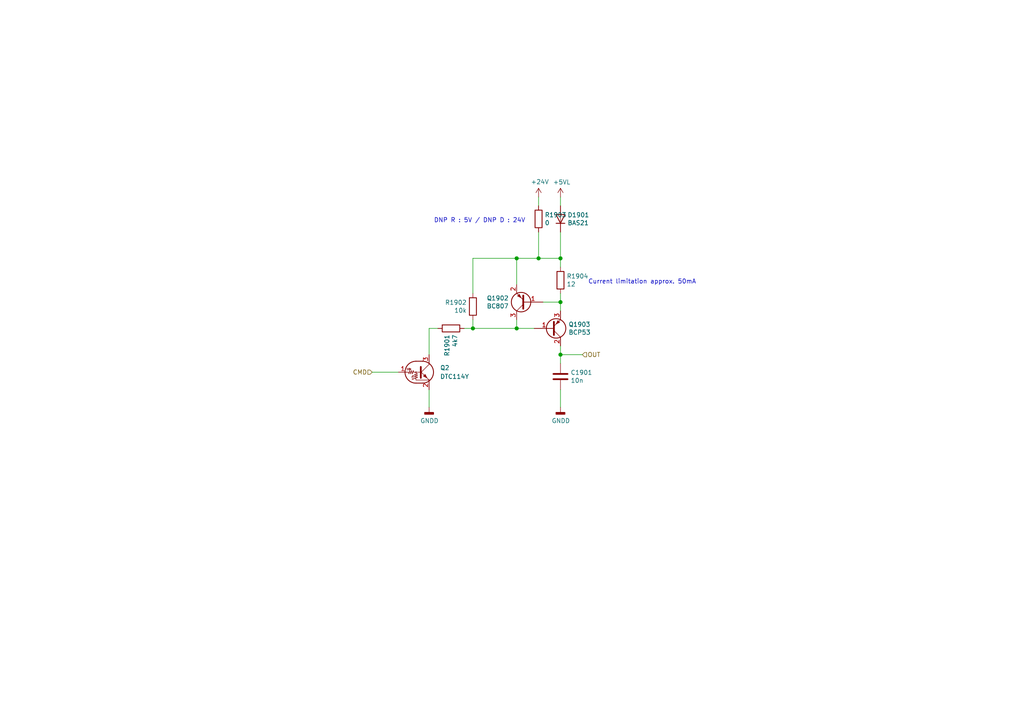
<source format=kicad_sch>
(kicad_sch (version 20211123) (generator eeschema)

  (uuid 334e4681-59b6-4aff-9555-61ab3cbeb80c)

  (paper "A4")

  (lib_symbols
    (symbol "Device:C" (pin_numbers hide) (pin_names (offset 0.254)) (in_bom yes) (on_board yes)
      (property "Reference" "C" (id 0) (at 0.635 2.54 0)
        (effects (font (size 1.27 1.27)) (justify left))
      )
      (property "Value" "C" (id 1) (at 0.635 -2.54 0)
        (effects (font (size 1.27 1.27)) (justify left))
      )
      (property "Footprint" "" (id 2) (at 0.9652 -3.81 0)
        (effects (font (size 1.27 1.27)) hide)
      )
      (property "Datasheet" "~" (id 3) (at 0 0 0)
        (effects (font (size 1.27 1.27)) hide)
      )
      (property "ki_keywords" "cap capacitor" (id 4) (at 0 0 0)
        (effects (font (size 1.27 1.27)) hide)
      )
      (property "ki_description" "Unpolarized capacitor" (id 5) (at 0 0 0)
        (effects (font (size 1.27 1.27)) hide)
      )
      (property "ki_fp_filters" "C_*" (id 6) (at 0 0 0)
        (effects (font (size 1.27 1.27)) hide)
      )
      (symbol "C_0_1"
        (polyline
          (pts
            (xy -2.032 -0.762)
            (xy 2.032 -0.762)
          )
          (stroke (width 0.508) (type default) (color 0 0 0 0))
          (fill (type none))
        )
        (polyline
          (pts
            (xy -2.032 0.762)
            (xy 2.032 0.762)
          )
          (stroke (width 0.508) (type default) (color 0 0 0 0))
          (fill (type none))
        )
      )
      (symbol "C_1_1"
        (pin passive line (at 0 3.81 270) (length 2.794)
          (name "~" (effects (font (size 1.27 1.27))))
          (number "1" (effects (font (size 1.27 1.27))))
        )
        (pin passive line (at 0 -3.81 90) (length 2.794)
          (name "~" (effects (font (size 1.27 1.27))))
          (number "2" (effects (font (size 1.27 1.27))))
        )
      )
    )
    (symbol "Device:R" (pin_numbers hide) (pin_names (offset 0)) (in_bom yes) (on_board yes)
      (property "Reference" "R" (id 0) (at 2.032 0 90)
        (effects (font (size 1.27 1.27)))
      )
      (property "Value" "R" (id 1) (at 0 0 90)
        (effects (font (size 1.27 1.27)))
      )
      (property "Footprint" "" (id 2) (at -1.778 0 90)
        (effects (font (size 1.27 1.27)) hide)
      )
      (property "Datasheet" "~" (id 3) (at 0 0 0)
        (effects (font (size 1.27 1.27)) hide)
      )
      (property "ki_keywords" "R res resistor" (id 4) (at 0 0 0)
        (effects (font (size 1.27 1.27)) hide)
      )
      (property "ki_description" "Resistor" (id 5) (at 0 0 0)
        (effects (font (size 1.27 1.27)) hide)
      )
      (property "ki_fp_filters" "R_*" (id 6) (at 0 0 0)
        (effects (font (size 1.27 1.27)) hide)
      )
      (symbol "R_0_1"
        (rectangle (start -1.016 -2.54) (end 1.016 2.54)
          (stroke (width 0.254) (type default) (color 0 0 0 0))
          (fill (type none))
        )
      )
      (symbol "R_1_1"
        (pin passive line (at 0 3.81 270) (length 1.27)
          (name "~" (effects (font (size 1.27 1.27))))
          (number "1" (effects (font (size 1.27 1.27))))
        )
        (pin passive line (at 0 -3.81 90) (length 1.27)
          (name "~" (effects (font (size 1.27 1.27))))
          (number "2" (effects (font (size 1.27 1.27))))
        )
      )
    )
    (symbol "Diode:BAS21" (pin_numbers hide) (pin_names hide) (in_bom yes) (on_board yes)
      (property "Reference" "D" (id 0) (at 0 2.54 0)
        (effects (font (size 1.27 1.27)))
      )
      (property "Value" "BAS21" (id 1) (at 0 -2.54 0)
        (effects (font (size 1.27 1.27)))
      )
      (property "Footprint" "Package_TO_SOT_SMD:SOT-23" (id 2) (at 0 -4.445 0)
        (effects (font (size 1.27 1.27)) hide)
      )
      (property "Datasheet" "https://www.diodes.com/assets/Datasheets/Ds12004.pdf" (id 3) (at 0 0 0)
        (effects (font (size 1.27 1.27)) hide)
      )
      (property "ki_keywords" "diode" (id 4) (at 0 0 0)
        (effects (font (size 1.27 1.27)) hide)
      )
      (property "ki_description" "250V, 0.4A, High-speed Switching Diode, SOT-23" (id 5) (at 0 0 0)
        (effects (font (size 1.27 1.27)) hide)
      )
      (property "ki_fp_filters" "SOT?23*" (id 6) (at 0 0 0)
        (effects (font (size 1.27 1.27)) hide)
      )
      (symbol "BAS21_0_1"
        (polyline
          (pts
            (xy -1.27 1.27)
            (xy -1.27 -1.27)
          )
          (stroke (width 0.254) (type default) (color 0 0 0 0))
          (fill (type none))
        )
        (polyline
          (pts
            (xy 1.27 0)
            (xy -1.27 0)
          )
          (stroke (width 0) (type default) (color 0 0 0 0))
          (fill (type none))
        )
        (polyline
          (pts
            (xy 1.27 1.27)
            (xy 1.27 -1.27)
            (xy -1.27 0)
            (xy 1.27 1.27)
          )
          (stroke (width 0.254) (type default) (color 0 0 0 0))
          (fill (type none))
        )
      )
      (symbol "BAS21_1_1"
        (pin passive line (at 3.81 0 180) (length 2.54)
          (name "A" (effects (font (size 1.27 1.27))))
          (number "1" (effects (font (size 1.27 1.27))))
        )
        (pin no_connect line (at -1.27 0 0) (length 2.54) hide
          (name "NC" (effects (font (size 1.27 1.27))))
          (number "2" (effects (font (size 1.27 1.27))))
        )
        (pin passive line (at -3.81 0 0) (length 2.54)
          (name "K" (effects (font (size 1.27 1.27))))
          (number "3" (effects (font (size 1.27 1.27))))
        )
      )
    )
    (symbol "Transistor_BJT:BC807" (pin_names (offset 0) hide) (in_bom yes) (on_board yes)
      (property "Reference" "Q" (id 0) (at 5.08 1.905 0)
        (effects (font (size 1.27 1.27)) (justify left))
      )
      (property "Value" "BC807" (id 1) (at 5.08 0 0)
        (effects (font (size 1.27 1.27)) (justify left))
      )
      (property "Footprint" "Package_TO_SOT_SMD:SOT-23" (id 2) (at 5.08 -1.905 0)
        (effects (font (size 1.27 1.27) italic) (justify left) hide)
      )
      (property "Datasheet" "https://www.onsemi.com/pub/Collateral/BC808-D.pdf" (id 3) (at 0 0 0)
        (effects (font (size 1.27 1.27)) (justify left) hide)
      )
      (property "ki_keywords" "PNP Transistor" (id 4) (at 0 0 0)
        (effects (font (size 1.27 1.27)) hide)
      )
      (property "ki_description" "0.8A Ic, 45V Vce, PNP Transistor, SOT-23" (id 5) (at 0 0 0)
        (effects (font (size 1.27 1.27)) hide)
      )
      (property "ki_fp_filters" "SOT?23*" (id 6) (at 0 0 0)
        (effects (font (size 1.27 1.27)) hide)
      )
      (symbol "BC807_0_1"
        (polyline
          (pts
            (xy 0.635 0.635)
            (xy 2.54 2.54)
          )
          (stroke (width 0) (type default) (color 0 0 0 0))
          (fill (type none))
        )
        (polyline
          (pts
            (xy 0.635 -0.635)
            (xy 2.54 -2.54)
            (xy 2.54 -2.54)
          )
          (stroke (width 0) (type default) (color 0 0 0 0))
          (fill (type none))
        )
        (polyline
          (pts
            (xy 0.635 1.905)
            (xy 0.635 -1.905)
            (xy 0.635 -1.905)
          )
          (stroke (width 0.508) (type default) (color 0 0 0 0))
          (fill (type none))
        )
        (polyline
          (pts
            (xy 2.286 -1.778)
            (xy 1.778 -2.286)
            (xy 1.27 -1.27)
            (xy 2.286 -1.778)
            (xy 2.286 -1.778)
          )
          (stroke (width 0) (type default) (color 0 0 0 0))
          (fill (type outline))
        )
        (circle (center 1.27 0) (radius 2.8194)
          (stroke (width 0.254) (type default) (color 0 0 0 0))
          (fill (type none))
        )
      )
      (symbol "BC807_1_1"
        (pin input line (at -5.08 0 0) (length 5.715)
          (name "B" (effects (font (size 1.27 1.27))))
          (number "1" (effects (font (size 1.27 1.27))))
        )
        (pin passive line (at 2.54 -5.08 90) (length 2.54)
          (name "E" (effects (font (size 1.27 1.27))))
          (number "2" (effects (font (size 1.27 1.27))))
        )
        (pin passive line (at 2.54 5.08 270) (length 2.54)
          (name "C" (effects (font (size 1.27 1.27))))
          (number "3" (effects (font (size 1.27 1.27))))
        )
      )
    )
    (symbol "Transistor_BJT:BCP53" (pin_names (offset 0) hide) (in_bom yes) (on_board yes)
      (property "Reference" "Q" (id 0) (at 5.08 1.905 0)
        (effects (font (size 1.27 1.27)) (justify left))
      )
      (property "Value" "BCP53" (id 1) (at 5.08 0 0)
        (effects (font (size 1.27 1.27)) (justify left))
      )
      (property "Footprint" "Package_TO_SOT_SMD:SOT-223-3_TabPin2" (id 2) (at 5.08 -1.905 0)
        (effects (font (size 1.27 1.27) italic) (justify left) hide)
      )
      (property "Datasheet" "http://www.onsemi.com/pub_link/Collateral/BCP53T1-D.PDF" (id 3) (at 0 0 0)
        (effects (font (size 1.27 1.27)) (justify left) hide)
      )
      (property "ki_keywords" "PNP Transistor" (id 4) (at 0 0 0)
        (effects (font (size 1.27 1.27)) hide)
      )
      (property "ki_description" "1A Ic, 80V Vce, PNP Medium Power Transistor, SOT-223" (id 5) (at 0 0 0)
        (effects (font (size 1.27 1.27)) hide)
      )
      (property "ki_fp_filters" "SOT?223*" (id 6) (at 0 0 0)
        (effects (font (size 1.27 1.27)) hide)
      )
      (symbol "BCP53_0_1"
        (polyline
          (pts
            (xy 0.635 0.635)
            (xy 2.54 2.54)
          )
          (stroke (width 0) (type default) (color 0 0 0 0))
          (fill (type none))
        )
        (polyline
          (pts
            (xy 0.635 -0.635)
            (xy 2.54 -2.54)
            (xy 2.54 -2.54)
          )
          (stroke (width 0) (type default) (color 0 0 0 0))
          (fill (type none))
        )
        (polyline
          (pts
            (xy 0.635 1.905)
            (xy 0.635 -1.905)
            (xy 0.635 -1.905)
          )
          (stroke (width 0.508) (type default) (color 0 0 0 0))
          (fill (type none))
        )
        (polyline
          (pts
            (xy 2.286 -1.778)
            (xy 1.778 -2.286)
            (xy 1.27 -1.27)
            (xy 2.286 -1.778)
            (xy 2.286 -1.778)
          )
          (stroke (width 0) (type default) (color 0 0 0 0))
          (fill (type outline))
        )
        (circle (center 1.27 0) (radius 2.8194)
          (stroke (width 0.254) (type default) (color 0 0 0 0))
          (fill (type none))
        )
      )
      (symbol "BCP53_1_1"
        (pin input line (at -5.08 0 0) (length 5.715)
          (name "B" (effects (font (size 1.27 1.27))))
          (number "1" (effects (font (size 1.27 1.27))))
        )
        (pin passive line (at 2.54 5.08 270) (length 2.54)
          (name "C" (effects (font (size 1.27 1.27))))
          (number "2" (effects (font (size 1.27 1.27))))
        )
        (pin passive line (at 2.54 -5.08 90) (length 2.54)
          (name "E" (effects (font (size 1.27 1.27))))
          (number "3" (effects (font (size 1.27 1.27))))
        )
        (pin passive line (at 2.54 5.08 270) (length 2.54) hide
          (name "C" (effects (font (size 1.27 1.27))))
          (number "4" (effects (font (size 1.27 1.27))))
        )
      )
    )
    (symbol "Transistor_BJT:DTC114Y" (pin_names (offset 0) hide) (in_bom yes) (on_board yes)
      (property "Reference" "Q" (id 0) (at 5.08 1.905 0)
        (effects (font (size 1.27 1.27)) (justify left))
      )
      (property "Value" "DTC114Y" (id 1) (at 5.08 0 0)
        (effects (font (size 1.27 1.27)) (justify left))
      )
      (property "Footprint" "" (id 2) (at 0 0 0)
        (effects (font (size 1.27 1.27)) (justify left) hide)
      )
      (property "Datasheet" "" (id 3) (at 0 0 0)
        (effects (font (size 1.27 1.27)) (justify left) hide)
      )
      (property "ki_keywords" "ROHM Digital NPN Transistor" (id 4) (at 0 0 0)
        (effects (font (size 1.27 1.27)) hide)
      )
      (property "ki_description" "Digital NPN Transistor, 10k/47k, SOT-23" (id 5) (at 0 0 0)
        (effects (font (size 1.27 1.27)) hide)
      )
      (property "ki_fp_filters" "SOT?23* SC?59*" (id 6) (at 0 0 0)
        (effects (font (size 1.27 1.27)) hide)
      )
      (symbol "DTC114Y_0_0"
        (text "10k" (at -3.302 0.889 0)
          (effects (font (size 0.508 0.508)))
        )
        (text "47k" (at -2.159 -1.524 900)
          (effects (font (size 0.508 0.508)))
        )
      )
      (symbol "DTC114Y_0_1"
        (circle (center -1.27 0) (radius 0.127)
          (stroke (width 0) (type default) (color 0 0 0 0))
          (fill (type none))
        )
        (arc (start -1.27 3.175) (mid -4.445 0) (end -1.27 -3.175)
          (stroke (width 0.254) (type default) (color 0 0 0 0))
          (fill (type none))
        )
        (polyline
          (pts
            (xy -3.429 0)
            (xy -3.81 0)
          )
          (stroke (width 0) (type default) (color 0 0 0 0))
          (fill (type none))
        )
        (polyline
          (pts
            (xy -1.27 -3.175)
            (xy 0.635 -3.175)
          )
          (stroke (width 0.254) (type default) (color 0 0 0 0))
          (fill (type none))
        )
        (polyline
          (pts
            (xy -1.27 3.175)
            (xy 0.635 3.175)
          )
          (stroke (width 0.254) (type default) (color 0 0 0 0))
          (fill (type none))
        )
        (polyline
          (pts
            (xy 0 -0.254)
            (xy 2.54 2.286)
          )
          (stroke (width 0) (type default) (color 0 0 0 0))
          (fill (type none))
        )
        (polyline
          (pts
            (xy 0.127 1.524)
            (xy 0.127 -1.651)
          )
          (stroke (width 0.508) (type default) (color 0 0 0 0))
          (fill (type outline))
        )
        (polyline
          (pts
            (xy 2.54 2.286)
            (xy 2.54 2.54)
          )
          (stroke (width 0) (type default) (color 0 0 0 0))
          (fill (type none))
        )
        (polyline
          (pts
            (xy 2.54 -2.286)
            (xy 0 0.254)
            (xy 0 0.254)
          )
          (stroke (width 0) (type default) (color 0 0 0 0))
          (fill (type none))
        )
        (polyline
          (pts
            (xy 0.889 -1.143)
            (xy 1.397 -0.635)
            (xy 1.905 -1.651)
            (xy 0.889 -1.143)
          )
          (stroke (width 0) (type default) (color 0 0 0 0))
          (fill (type outline))
        )
        (polyline
          (pts
            (xy 0 0)
            (xy -1.905 0)
            (xy -2.032 0.508)
            (xy -2.286 -0.508)
            (xy -2.54 0.508)
            (xy -2.794 -0.508)
            (xy -3.048 0.508)
            (xy -3.302 -0.508)
            (xy -3.429 0)
          )
          (stroke (width 0) (type default) (color 0 0 0 0))
          (fill (type none))
        )
        (polyline
          (pts
            (xy -1.27 0)
            (xy -1.27 -0.381)
            (xy -0.762 -0.508)
            (xy -1.778 -0.762)
            (xy -0.762 -1.016)
            (xy -1.778 -1.27)
            (xy -0.762 -1.524)
            (xy -1.778 -1.778)
            (xy -1.27 -1.905)
            (xy -1.27 -2.286)
            (xy 2.54 -2.286)
          )
          (stroke (width 0) (type default) (color 0 0 0 0))
          (fill (type none))
        )
        (arc (start 0.635 -3.175) (mid 3.81 0) (end 0.635 3.175)
          (stroke (width 0.254) (type default) (color 0 0 0 0))
          (fill (type none))
        )
        (circle (center 2.54 -2.286) (radius 0.127)
          (stroke (width 0) (type default) (color 0 0 0 0))
          (fill (type none))
        )
      )
      (symbol "DTC114Y_1_1"
        (pin input line (at -6.35 0 0) (length 2.54)
          (name "B" (effects (font (size 1.27 1.27))))
          (number "1" (effects (font (size 1.27 1.27))))
        )
        (pin passive line (at 2.54 -5.08 90) (length 2.54)
          (name "E" (effects (font (size 1.27 1.27))))
          (number "2" (effects (font (size 1.27 1.27))))
        )
        (pin passive line (at 2.54 5.08 270) (length 2.54)
          (name "C" (effects (font (size 1.27 1.27))))
          (number "3" (effects (font (size 1.27 1.27))))
        )
      )
    )
    (symbol "power:+24V" (power) (pin_names (offset 0)) (in_bom yes) (on_board yes)
      (property "Reference" "#PWR" (id 0) (at 0 -3.81 0)
        (effects (font (size 1.27 1.27)) hide)
      )
      (property "Value" "+24V" (id 1) (at 0 3.556 0)
        (effects (font (size 1.27 1.27)))
      )
      (property "Footprint" "" (id 2) (at 0 0 0)
        (effects (font (size 1.27 1.27)) hide)
      )
      (property "Datasheet" "" (id 3) (at 0 0 0)
        (effects (font (size 1.27 1.27)) hide)
      )
      (property "ki_keywords" "power-flag" (id 4) (at 0 0 0)
        (effects (font (size 1.27 1.27)) hide)
      )
      (property "ki_description" "Power symbol creates a global label with name \"+24V\"" (id 5) (at 0 0 0)
        (effects (font (size 1.27 1.27)) hide)
      )
      (symbol "+24V_0_1"
        (polyline
          (pts
            (xy -0.762 1.27)
            (xy 0 2.54)
          )
          (stroke (width 0) (type default) (color 0 0 0 0))
          (fill (type none))
        )
        (polyline
          (pts
            (xy 0 0)
            (xy 0 2.54)
          )
          (stroke (width 0) (type default) (color 0 0 0 0))
          (fill (type none))
        )
        (polyline
          (pts
            (xy 0 2.54)
            (xy 0.762 1.27)
          )
          (stroke (width 0) (type default) (color 0 0 0 0))
          (fill (type none))
        )
      )
      (symbol "+24V_1_1"
        (pin power_in line (at 0 0 90) (length 0) hide
          (name "+24V" (effects (font (size 1.27 1.27))))
          (number "1" (effects (font (size 1.27 1.27))))
        )
      )
    )
    (symbol "power:+5VL" (power) (pin_names (offset 0)) (in_bom yes) (on_board yes)
      (property "Reference" "#PWR" (id 0) (at 0 -3.81 0)
        (effects (font (size 1.27 1.27)) hide)
      )
      (property "Value" "+5VL" (id 1) (at 0 3.556 0)
        (effects (font (size 1.27 1.27)))
      )
      (property "Footprint" "" (id 2) (at 0 0 0)
        (effects (font (size 1.27 1.27)) hide)
      )
      (property "Datasheet" "" (id 3) (at 0 0 0)
        (effects (font (size 1.27 1.27)) hide)
      )
      (property "ki_keywords" "power-flag" (id 4) (at 0 0 0)
        (effects (font (size 1.27 1.27)) hide)
      )
      (property "ki_description" "Power symbol creates a global label with name \"+5VL\"" (id 5) (at 0 0 0)
        (effects (font (size 1.27 1.27)) hide)
      )
      (symbol "+5VL_0_1"
        (polyline
          (pts
            (xy -0.762 1.27)
            (xy 0 2.54)
          )
          (stroke (width 0) (type default) (color 0 0 0 0))
          (fill (type none))
        )
        (polyline
          (pts
            (xy 0 0)
            (xy 0 2.54)
          )
          (stroke (width 0) (type default) (color 0 0 0 0))
          (fill (type none))
        )
        (polyline
          (pts
            (xy 0 2.54)
            (xy 0.762 1.27)
          )
          (stroke (width 0) (type default) (color 0 0 0 0))
          (fill (type none))
        )
      )
      (symbol "+5VL_1_1"
        (pin power_in line (at 0 0 90) (length 0) hide
          (name "+5VL" (effects (font (size 1.27 1.27))))
          (number "1" (effects (font (size 1.27 1.27))))
        )
      )
    )
    (symbol "power:GNDD" (power) (pin_names (offset 0)) (in_bom yes) (on_board yes)
      (property "Reference" "#PWR" (id 0) (at 0 -6.35 0)
        (effects (font (size 1.27 1.27)) hide)
      )
      (property "Value" "GNDD" (id 1) (at 0 -3.175 0)
        (effects (font (size 1.27 1.27)))
      )
      (property "Footprint" "" (id 2) (at 0 0 0)
        (effects (font (size 1.27 1.27)) hide)
      )
      (property "Datasheet" "" (id 3) (at 0 0 0)
        (effects (font (size 1.27 1.27)) hide)
      )
      (property "ki_keywords" "power-flag" (id 4) (at 0 0 0)
        (effects (font (size 1.27 1.27)) hide)
      )
      (property "ki_description" "Power symbol creates a global label with name \"GNDD\" , digital ground" (id 5) (at 0 0 0)
        (effects (font (size 1.27 1.27)) hide)
      )
      (symbol "GNDD_0_1"
        (rectangle (start -1.27 -1.524) (end 1.27 -2.032)
          (stroke (width 0.254) (type default) (color 0 0 0 0))
          (fill (type outline))
        )
        (polyline
          (pts
            (xy 0 0)
            (xy 0 -1.524)
          )
          (stroke (width 0) (type default) (color 0 0 0 0))
          (fill (type none))
        )
      )
      (symbol "GNDD_1_1"
        (pin power_in line (at 0 0 270) (length 0) hide
          (name "GNDD" (effects (font (size 1.27 1.27))))
          (number "1" (effects (font (size 1.27 1.27))))
        )
      )
    )
  )

  (junction (at 162.56 74.93) (diameter 1.016) (color 0 0 0 0)
    (uuid 43cc368e-4915-491d-a959-587ee1a58f20)
  )
  (junction (at 162.56 87.63) (diameter 1.016) (color 0 0 0 0)
    (uuid 531073ef-6d5c-421e-b8f5-49e402c33432)
  )
  (junction (at 137.16 95.25) (diameter 1.016) (color 0 0 0 0)
    (uuid 86de4ddf-d43a-4f36-b0f3-5a169286f341)
  )
  (junction (at 149.86 95.25) (diameter 1.016) (color 0 0 0 0)
    (uuid 96031465-d3a9-41d3-ae75-8bacd78d3b0b)
  )
  (junction (at 149.86 74.93) (diameter 1.016) (color 0 0 0 0)
    (uuid 97bf3737-ccff-4581-9b59-ee01090732fb)
  )
  (junction (at 156.21 74.93) (diameter 1.016) (color 0 0 0 0)
    (uuid 9bee20ca-f928-4382-a0a3-ea84cc6f7ab5)
  )
  (junction (at 162.56 102.87) (diameter 1.016) (color 0 0 0 0)
    (uuid a18d6495-cf46-44b6-991e-be83e928a500)
  )

  (wire (pts (xy 149.86 95.25) (xy 154.94 95.25))
    (stroke (width 0) (type solid) (color 0 0 0 0))
    (uuid 08ed0c0a-9b48-4dd4-8ecf-ef23a2ada680)
  )
  (wire (pts (xy 124.46 113.03) (xy 124.46 118.11))
    (stroke (width 0) (type solid) (color 0 0 0 0))
    (uuid 0f936582-2c70-46c4-bae7-190e78a19bb6)
  )
  (wire (pts (xy 162.56 102.87) (xy 162.56 105.41))
    (stroke (width 0) (type solid) (color 0 0 0 0))
    (uuid 123690fe-dc90-40f6-8f35-082520b8f1f8)
  )
  (wire (pts (xy 127 95.25) (xy 124.46 95.25))
    (stroke (width 0) (type solid) (color 0 0 0 0))
    (uuid 143cfdf7-1b7e-4a2a-9a68-d702fd330275)
  )
  (wire (pts (xy 156.21 57.15) (xy 156.21 59.69))
    (stroke (width 0) (type solid) (color 0 0 0 0))
    (uuid 1efef6a0-288a-4400-a801-0462153504e5)
  )
  (wire (pts (xy 157.48 87.63) (xy 162.56 87.63))
    (stroke (width 0) (type solid) (color 0 0 0 0))
    (uuid 21b55709-2f43-4ada-97c2-f247aa7d79e8)
  )
  (wire (pts (xy 162.56 57.15) (xy 162.56 59.69))
    (stroke (width 0) (type solid) (color 0 0 0 0))
    (uuid 3e9db0e8-7a35-4b27-b7db-9db06685341a)
  )
  (wire (pts (xy 162.56 74.93) (xy 156.21 74.93))
    (stroke (width 0) (type solid) (color 0 0 0 0))
    (uuid 3f5a053a-3959-4dd6-8328-3a903931c4bf)
  )
  (wire (pts (xy 137.16 92.71) (xy 137.16 95.25))
    (stroke (width 0) (type solid) (color 0 0 0 0))
    (uuid 3f8aed94-7215-4822-b9ad-7d57c72a93f3)
  )
  (wire (pts (xy 107.95 107.95) (xy 115.57 107.95))
    (stroke (width 0) (type solid) (color 0 0 0 0))
    (uuid 433d3024-1d2d-4846-94df-d479821d0d30)
  )
  (wire (pts (xy 137.16 95.25) (xy 149.86 95.25))
    (stroke (width 0) (type solid) (color 0 0 0 0))
    (uuid 4f9ff6df-e5cc-4cd8-9996-f81f55a0bdd7)
  )
  (wire (pts (xy 162.56 67.31) (xy 162.56 74.93))
    (stroke (width 0) (type solid) (color 0 0 0 0))
    (uuid 76fecba8-374f-4dd0-ad62-775e3f14008f)
  )
  (wire (pts (xy 162.56 102.87) (xy 168.91 102.87))
    (stroke (width 0) (type solid) (color 0 0 0 0))
    (uuid 8499d24b-f89b-487f-a274-8b216616b9de)
  )
  (wire (pts (xy 162.56 85.09) (xy 162.56 87.63))
    (stroke (width 0) (type solid) (color 0 0 0 0))
    (uuid 902f7e66-d421-4fb6-b0a8-63e6c4d8f75f)
  )
  (wire (pts (xy 137.16 74.93) (xy 149.86 74.93))
    (stroke (width 0) (type solid) (color 0 0 0 0))
    (uuid 909d04fd-9599-4333-b88c-7a7f229a8cf8)
  )
  (wire (pts (xy 156.21 67.31) (xy 156.21 74.93))
    (stroke (width 0) (type solid) (color 0 0 0 0))
    (uuid 9a0886c8-4f6f-4b86-93a5-872c68905af6)
  )
  (wire (pts (xy 162.56 77.47) (xy 162.56 74.93))
    (stroke (width 0) (type solid) (color 0 0 0 0))
    (uuid a77fe7f3-7ff7-4d17-b5fa-a0dc63d50fce)
  )
  (wire (pts (xy 149.86 92.71) (xy 149.86 95.25))
    (stroke (width 0) (type solid) (color 0 0 0 0))
    (uuid aaf540a5-28b6-42fc-8c2c-0994321f3c5f)
  )
  (wire (pts (xy 134.62 95.25) (xy 137.16 95.25))
    (stroke (width 0) (type solid) (color 0 0 0 0))
    (uuid b2142eee-933b-466d-af93-70ec951c110c)
  )
  (wire (pts (xy 137.16 85.09) (xy 137.16 74.93))
    (stroke (width 0) (type solid) (color 0 0 0 0))
    (uuid b2f86016-cf88-4958-81d3-24dcf40d4874)
  )
  (wire (pts (xy 124.46 95.25) (xy 124.46 102.87))
    (stroke (width 0) (type solid) (color 0 0 0 0))
    (uuid b6e97c64-8741-4a73-88fe-5a6b51b0b0d1)
  )
  (wire (pts (xy 162.56 87.63) (xy 162.56 90.17))
    (stroke (width 0) (type solid) (color 0 0 0 0))
    (uuid be00d235-a89d-4ca9-ace1-a308cbe4cd7f)
  )
  (wire (pts (xy 156.21 74.93) (xy 149.86 74.93))
    (stroke (width 0) (type solid) (color 0 0 0 0))
    (uuid c40c31e3-3866-4d04-9d37-d43dec04ec73)
  )
  (wire (pts (xy 162.56 113.03) (xy 162.56 118.11))
    (stroke (width 0) (type solid) (color 0 0 0 0))
    (uuid dabb7ccf-83b3-47fc-910a-ee22643821a1)
  )
  (wire (pts (xy 162.56 100.33) (xy 162.56 102.87))
    (stroke (width 0) (type solid) (color 0 0 0 0))
    (uuid e533bd61-3b6f-4be9-8241-52dc2889939e)
  )
  (wire (pts (xy 149.86 74.93) (xy 149.86 82.55))
    (stroke (width 0) (type solid) (color 0 0 0 0))
    (uuid fec50af3-dbdb-4087-a755-33960f6a1406)
  )

  (text "Current limitation approx. 50mA" (at 201.93 82.55 180)
    (effects (font (size 1.27 1.27)) (justify right bottom))
    (uuid 80a6ad64-ace1-4557-a515-e2c315bb9217)
  )
  (text "DNP R : 5V / DNP D : 24V" (at 152.4 64.77 180)
    (effects (font (size 1.27 1.27)) (justify right bottom))
    (uuid f552c498-08e4-4aac-9dfb-7db8f36109d2)
  )

  (hierarchical_label "OUT" (shape input) (at 168.91 102.87 0)
    (effects (font (size 1.27 1.27)) (justify left))
    (uuid 7d0e8b5a-3147-4d67-a919-18055f86894b)
  )
  (hierarchical_label "CMD" (shape input) (at 107.95 107.95 180)
    (effects (font (size 1.27 1.27)) (justify right))
    (uuid cb20c68b-a9b2-4015-894b-b6565101dfa8)
  )

  (symbol (lib_id "Transistor_BJT:DTC114Y") (at 121.92 107.95 0)
    (in_bom yes) (on_board yes) (fields_autoplaced)
    (uuid 0577d252-2a0b-4471-afb1-faac427c19b7)
    (property "Reference" "Q2" (id 0) (at 127.635 106.6799 0)
      (effects (font (size 1.27 1.27)) (justify left))
    )
    (property "Value" "DTC114Y" (id 1) (at 127.635 109.2199 0)
      (effects (font (size 1.27 1.27)) (justify left))
    )
    (property "Footprint" "Package_TO_SOT_SMD:SOT-23" (id 2) (at 121.92 107.95 0)
      (effects (font (size 1.27 1.27)) (justify left) hide)
    )
    (property "Datasheet" "" (id 3) (at 121.92 107.95 0)
      (effects (font (size 1.27 1.27)) (justify left) hide)
    )
    (pin "1" (uuid 9efd98f2-ea86-410a-bc00-b30da47b7aef))
    (pin "2" (uuid 0211163e-37aa-4d92-ba37-03cf90b796ba))
    (pin "3" (uuid ec0e61d5-868f-4d1c-88af-1525043dd3b4))
  )

  (symbol (lib_id "power:GNDD") (at 124.46 118.11 0)
    (in_bom yes) (on_board yes)
    (uuid 0a9e8420-e0c7-42ea-bec6-00295c70bc00)
    (property "Reference" "#PWR01901" (id 0) (at 124.46 124.46 0)
      (effects (font (size 1.27 1.27)) hide)
    )
    (property "Value" "GNDD" (id 1) (at 124.5616 122.047 0))
    (property "Footprint" "" (id 2) (at 124.46 118.11 0)
      (effects (font (size 1.27 1.27)) hide)
    )
    (property "Datasheet" "" (id 3) (at 124.46 118.11 0)
      (effects (font (size 1.27 1.27)) hide)
    )
    (pin "1" (uuid e3c185ed-146c-4b37-9497-6d487c9fcde6))
  )

  (symbol (lib_id "power:GNDD") (at 162.56 118.11 0)
    (in_bom yes) (on_board yes)
    (uuid 14ee7d6d-4f81-49a6-b2fe-e773f8df4356)
    (property "Reference" "#PWR01904" (id 0) (at 162.56 124.46 0)
      (effects (font (size 1.27 1.27)) hide)
    )
    (property "Value" "GNDD" (id 1) (at 162.6616 122.047 0))
    (property "Footprint" "" (id 2) (at 162.56 118.11 0)
      (effects (font (size 1.27 1.27)) hide)
    )
    (property "Datasheet" "" (id 3) (at 162.56 118.11 0)
      (effects (font (size 1.27 1.27)) hide)
    )
    (pin "1" (uuid 531bb845-f8c1-4fce-9320-920fc898f527))
  )

  (symbol (lib_id "Transistor_BJT:BC807") (at 152.4 87.63 180)
    (in_bom yes) (on_board yes)
    (uuid 24afe2d2-6ea1-4e20-8bde-b10f6c7fb8bb)
    (property "Reference" "Q1902" (id 0) (at 147.5485 86.4806 0)
      (effects (font (size 1.27 1.27)) (justify left))
    )
    (property "Value" "BC807" (id 1) (at 147.5485 88.7793 0)
      (effects (font (size 1.27 1.27)) (justify left))
    )
    (property "Footprint" "Package_TO_SOT_SMD:SOT-23" (id 2) (at 147.32 85.725 0)
      (effects (font (size 1.27 1.27) italic) (justify left) hide)
    )
    (property "Datasheet" "https://www.onsemi.com/pub/Collateral/BC808-D.pdf" (id 3) (at 152.4 87.63 0)
      (effects (font (size 1.27 1.27)) (justify left) hide)
    )
    (pin "1" (uuid 248670ca-b10b-42ca-baa0-f3e33dfb58d1))
    (pin "2" (uuid 1294b071-e80d-4f7d-9dd2-b8a67f0406fd))
    (pin "3" (uuid fd70e184-8c73-4e63-9903-e54a8497e361))
  )

  (symbol (lib_id "Diode:BAS21") (at 162.56 63.5 90)
    (in_bom yes) (on_board yes)
    (uuid 3969f4ef-929c-40c1-bd28-6a8d80d6c65a)
    (property "Reference" "D1901" (id 0) (at 164.5921 62.3506 90)
      (effects (font (size 1.27 1.27)) (justify right))
    )
    (property "Value" "BAS21" (id 1) (at 164.5921 64.6493 90)
      (effects (font (size 1.27 1.27)) (justify right))
    )
    (property "Footprint" "Package_TO_SOT_SMD:SOT-23" (id 2) (at 167.005 63.5 0)
      (effects (font (size 1.27 1.27)) hide)
    )
    (property "Datasheet" "https://www.diodes.com/assets/Datasheets/Ds12004.pdf" (id 3) (at 162.56 63.5 0)
      (effects (font (size 1.27 1.27)) hide)
    )
    (pin "1" (uuid 554729d5-c795-41a0-8c71-c22d8b565bb0))
    (pin "2" (uuid a31b5924-937a-4f6f-9843-3993803bda26))
    (pin "3" (uuid 78fd65ff-8621-4922-bc3a-38086b90c719))
  )

  (symbol (lib_id "power:+24V") (at 156.21 57.15 0)
    (in_bom yes) (on_board yes)
    (uuid 497c150a-3fc3-42e7-86eb-e25cf9977c58)
    (property "Reference" "#PWR01902" (id 0) (at 156.21 60.96 0)
      (effects (font (size 1.27 1.27)) hide)
    )
    (property "Value" "+24V" (id 1) (at 156.591 52.7558 0))
    (property "Footprint" "" (id 2) (at 156.21 57.15 0)
      (effects (font (size 1.27 1.27)) hide)
    )
    (property "Datasheet" "" (id 3) (at 156.21 57.15 0)
      (effects (font (size 1.27 1.27)) hide)
    )
    (pin "1" (uuid d7d4aae6-03eb-45c5-80d8-6622f5360f26))
  )

  (symbol (lib_id "Transistor_BJT:BCP53") (at 160.02 95.25 0) (mirror x)
    (in_bom yes) (on_board yes)
    (uuid 6afdeedb-67f6-4fcd-987d-63c0e5621738)
    (property "Reference" "Q1903" (id 0) (at 164.8715 94.1006 0)
      (effects (font (size 1.27 1.27)) (justify left))
    )
    (property "Value" "BCP53" (id 1) (at 164.8715 96.3993 0)
      (effects (font (size 1.27 1.27)) (justify left))
    )
    (property "Footprint" "Package_TO_SOT_SMD:SOT-223" (id 2) (at 165.1 93.345 0)
      (effects (font (size 1.27 1.27) italic) (justify left) hide)
    )
    (property "Datasheet" "http://www.onsemi.com/pub_link/Collateral/BCP53T1-D.PDF" (id 3) (at 160.02 95.25 0)
      (effects (font (size 1.27 1.27)) (justify left) hide)
    )
    (pin "1" (uuid 21f3a501-4420-4278-b516-9c0badebc811))
    (pin "2" (uuid 9c275f97-ab63-4b26-9891-d5c2de50b769))
    (pin "3" (uuid 3d670dcf-e231-4ffe-8326-1864b39e1387))
    (pin "4" (uuid 5217a93b-bb97-4ae7-a497-dcb07f3eeed7))
  )

  (symbol (lib_id "Device:R") (at 137.16 88.9 0) (mirror y)
    (in_bom yes) (on_board yes)
    (uuid 6f05acb6-e13a-45b3-9b2f-a309a52c3c07)
    (property "Reference" "R1902" (id 0) (at 135.382 87.7316 0)
      (effects (font (size 1.27 1.27)) (justify left))
    )
    (property "Value" "10k" (id 1) (at 135.382 90.043 0)
      (effects (font (size 1.27 1.27)) (justify left))
    )
    (property "Footprint" "Resistor_SMD:R_0603_1608Metric" (id 2) (at 138.938 88.9 90)
      (effects (font (size 1.27 1.27)) hide)
    )
    (property "Datasheet" "~" (id 3) (at 137.16 88.9 0)
      (effects (font (size 1.27 1.27)) hide)
    )
    (pin "1" (uuid ae966626-7f34-497b-b50f-df00b3e8a94a))
    (pin "2" (uuid 8d108ecd-021f-4585-868d-5c05a473e18b))
  )

  (symbol (lib_id "power:+5VL") (at 162.56 57.15 0)
    (in_bom yes) (on_board yes)
    (uuid 73b4c5fc-ebd2-4bb3-b20e-8fc29c308a0d)
    (property "Reference" "#PWR022" (id 0) (at 162.56 60.96 0)
      (effects (font (size 1.27 1.27)) hide)
    )
    (property "Value" "+5VL" (id 1) (at 162.9283 52.8256 0))
    (property "Footprint" "" (id 2) (at 162.56 57.15 0)
      (effects (font (size 1.27 1.27)) hide)
    )
    (property "Datasheet" "" (id 3) (at 162.56 57.15 0)
      (effects (font (size 1.27 1.27)) hide)
    )
    (pin "1" (uuid 657dd2fe-e18e-41a5-9981-a26f77aa0c2d))
  )

  (symbol (lib_id "Device:R") (at 130.81 95.25 90) (mirror x)
    (in_bom yes) (on_board yes)
    (uuid 7a45a169-b670-4bc3-a83f-8f8a88e02524)
    (property "Reference" "R1901" (id 0) (at 129.6416 97.028 0)
      (effects (font (size 1.27 1.27)) (justify left))
    )
    (property "Value" "4k7" (id 1) (at 131.953 97.028 0)
      (effects (font (size 1.27 1.27)) (justify left))
    )
    (property "Footprint" "Resistor_SMD:R_0603_1608Metric" (id 2) (at 130.81 93.472 90)
      (effects (font (size 1.27 1.27)) hide)
    )
    (property "Datasheet" "~" (id 3) (at 130.81 95.25 0)
      (effects (font (size 1.27 1.27)) hide)
    )
    (pin "1" (uuid cb9b8fd3-1ff2-4cc4-a81b-d64b390e4901))
    (pin "2" (uuid e3aa8eb6-e97d-4f2c-bd2b-63557771f5d2))
  )

  (symbol (lib_id "Device:R") (at 162.56 81.28 0)
    (in_bom yes) (on_board yes)
    (uuid a005c4f6-ed12-42c4-bb61-6173871c0125)
    (property "Reference" "R1904" (id 0) (at 164.338 80.1116 0)
      (effects (font (size 1.27 1.27)) (justify left))
    )
    (property "Value" "12" (id 1) (at 164.338 82.423 0)
      (effects (font (size 1.27 1.27)) (justify left))
    )
    (property "Footprint" "Resistor_SMD:R_0603_1608Metric" (id 2) (at 160.782 81.28 90)
      (effects (font (size 1.27 1.27)) hide)
    )
    (property "Datasheet" "~" (id 3) (at 162.56 81.28 0)
      (effects (font (size 1.27 1.27)) hide)
    )
    (pin "1" (uuid e30d35d5-9291-4c13-ae98-c399a3738749))
    (pin "2" (uuid 7acb9225-fc27-40aa-ad2c-e6ed2e8fb478))
  )

  (symbol (lib_id "Device:C") (at 162.56 109.22 0)
    (in_bom yes) (on_board yes)
    (uuid d790116d-a198-4c7e-802f-8c32d3689acb)
    (property "Reference" "C1901" (id 0) (at 165.481 108.0516 0)
      (effects (font (size 1.27 1.27)) (justify left))
    )
    (property "Value" "10n" (id 1) (at 165.481 110.363 0)
      (effects (font (size 1.27 1.27)) (justify left))
    )
    (property "Footprint" "Capacitor_SMD:C_0603_1608Metric" (id 2) (at 163.5252 113.03 0)
      (effects (font (size 1.27 1.27)) hide)
    )
    (property "Datasheet" "~" (id 3) (at 162.56 109.22 0)
      (effects (font (size 1.27 1.27)) hide)
    )
    (pin "1" (uuid 61e2d5b5-c42a-483d-ae95-fdb805359c0b))
    (pin "2" (uuid 012d13ba-0dc9-4dda-afc0-112b32ba0ff1))
  )

  (symbol (lib_id "Device:R") (at 156.21 63.5 0)
    (in_bom yes) (on_board yes)
    (uuid ea230f63-775e-4391-b7c8-315bb4ebdff7)
    (property "Reference" "R1903" (id 0) (at 157.988 62.3316 0)
      (effects (font (size 1.27 1.27)) (justify left))
    )
    (property "Value" "0" (id 1) (at 157.988 64.643 0)
      (effects (font (size 1.27 1.27)) (justify left))
    )
    (property "Footprint" "Resistor_SMD:R_0603_1608Metric" (id 2) (at 154.432 63.5 90)
      (effects (font (size 1.27 1.27)) hide)
    )
    (property "Datasheet" "~" (id 3) (at 156.21 63.5 0)
      (effects (font (size 1.27 1.27)) hide)
    )
    (pin "1" (uuid 9d0a64b8-f6ca-4c80-ba29-94dfa5442842))
    (pin "2" (uuid 4e811179-e764-413e-9289-fdfae8f4500a))
  )
)

</source>
